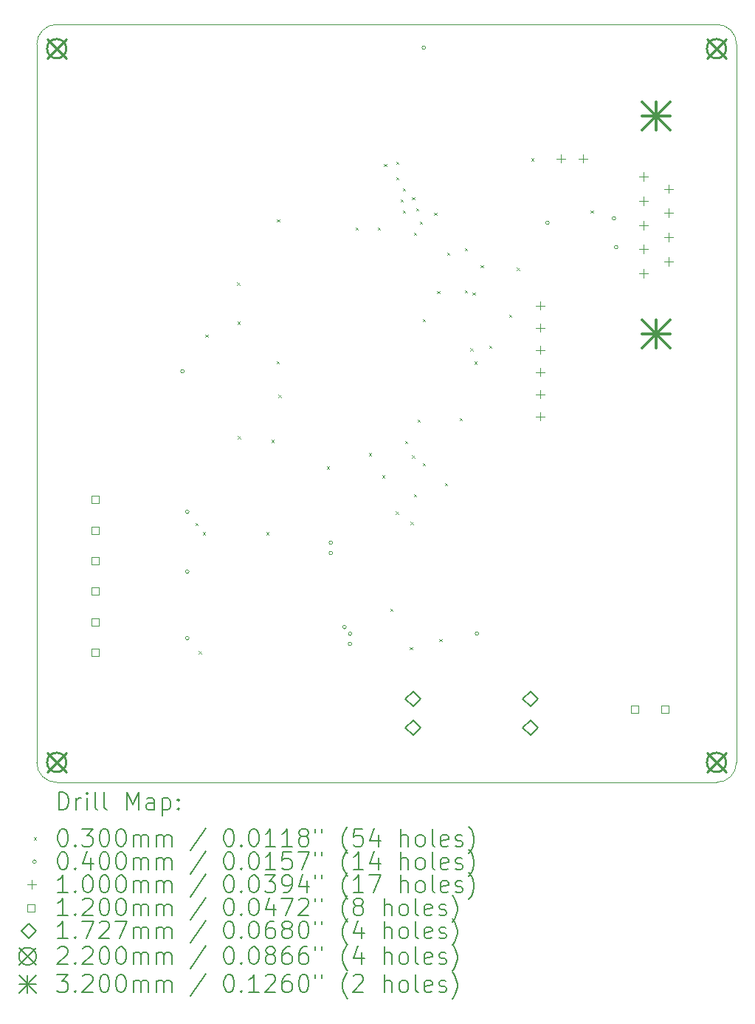
<source format=gbr>
%FSLAX45Y45*%
G04 Gerber Fmt 4.5, Leading zero omitted, Abs format (unit mm)*
G04 Created by KiCad (PCBNEW (6.0.5)) date 2023-02-25 22:18:25*
%MOMM*%
%LPD*%
G01*
G04 APERTURE LIST*
%TA.AperFunction,Profile*%
%ADD10C,0.100000*%
%TD*%
%ADD11C,0.200000*%
%ADD12C,0.030000*%
%ADD13C,0.040000*%
%ADD14C,0.100000*%
%ADD15C,0.120000*%
%ADD16C,0.172720*%
%ADD17C,0.220000*%
%ADD18C,0.320000*%
G04 APERTURE END LIST*
D10*
X8153052Y-12728606D02*
G75*
G03*
X8382000Y-12954000I225418J-4D01*
G01*
X16179802Y-4492981D02*
G75*
G03*
X15955521Y-4269741I-220992J2261D01*
G01*
X8382000Y-4269388D02*
G75*
G03*
X8153047Y-4498340I0J-228953D01*
G01*
X8153047Y-4498340D02*
X8153047Y-12728606D01*
X15955069Y-12954005D02*
G75*
G03*
X16179804Y-12727940I1211J223535D01*
G01*
X8382000Y-12954000D02*
X15955069Y-12954000D01*
X15955521Y-4269741D02*
X8382000Y-4269388D01*
X16179804Y-12727940D02*
X16179800Y-4492981D01*
D11*
D12*
X9972280Y-9982440D02*
X10002280Y-10012440D01*
X10002280Y-9982440D02*
X9972280Y-10012440D01*
X10012920Y-11450560D02*
X10042920Y-11480560D01*
X10042920Y-11450560D02*
X10012920Y-11480560D01*
X10058640Y-10089120D02*
X10088640Y-10119120D01*
X10088640Y-10089120D02*
X10058640Y-10119120D01*
X10089120Y-7822520D02*
X10119120Y-7852520D01*
X10119120Y-7822520D02*
X10089120Y-7852520D01*
X10449800Y-7224000D02*
X10479800Y-7254000D01*
X10479800Y-7224000D02*
X10449800Y-7254000D01*
X10454880Y-7676120D02*
X10484880Y-7706120D01*
X10484880Y-7676120D02*
X10454880Y-7706120D01*
X10459960Y-8986760D02*
X10489960Y-9016760D01*
X10489960Y-8986760D02*
X10459960Y-9016760D01*
X10785080Y-10089120D02*
X10815080Y-10119120D01*
X10815080Y-10089120D02*
X10785080Y-10119120D01*
X10843500Y-9027400D02*
X10873500Y-9057400D01*
X10873500Y-9027400D02*
X10843500Y-9057400D01*
X10902840Y-8127320D02*
X10932840Y-8157320D01*
X10932840Y-8127320D02*
X10902840Y-8157320D01*
X10907000Y-6500100D02*
X10937000Y-6530100D01*
X10937000Y-6500100D02*
X10907000Y-6530100D01*
X10925700Y-8513400D02*
X10955700Y-8543400D01*
X10955700Y-8513400D02*
X10925700Y-8543400D01*
X11478500Y-9333120D02*
X11508500Y-9363120D01*
X11508500Y-9333120D02*
X11478500Y-9363120D01*
X11808700Y-6594080D02*
X11838700Y-6624080D01*
X11838700Y-6594080D02*
X11808700Y-6624080D01*
X11961100Y-9183150D02*
X11991100Y-9213150D01*
X11991100Y-9183150D02*
X11961100Y-9213150D01*
X12062700Y-6594080D02*
X12092700Y-6624080D01*
X12092700Y-6594080D02*
X12062700Y-6624080D01*
X12113500Y-9433800D02*
X12143500Y-9463800D01*
X12143500Y-9433800D02*
X12113500Y-9463800D01*
X12136360Y-5867640D02*
X12166360Y-5897640D01*
X12166360Y-5867640D02*
X12136360Y-5897640D01*
X12208120Y-10963260D02*
X12238120Y-10993260D01*
X12238120Y-10963260D02*
X12208120Y-10993260D01*
X12273520Y-9850360D02*
X12303520Y-9880360D01*
X12303520Y-9850360D02*
X12273520Y-9880360D01*
X12274440Y-5841320D02*
X12304440Y-5871320D01*
X12304440Y-5841320D02*
X12274440Y-5871320D01*
X12274440Y-6019120D02*
X12304440Y-6049120D01*
X12304440Y-6019120D02*
X12274440Y-6049120D01*
X12327090Y-6273120D02*
X12357090Y-6303120D01*
X12357090Y-6273120D02*
X12327090Y-6303120D01*
X12350640Y-6146120D02*
X12380640Y-6176120D01*
X12380640Y-6146120D02*
X12350640Y-6176120D01*
X12350640Y-6400120D02*
X12380640Y-6430120D01*
X12380640Y-6400120D02*
X12350640Y-6430120D01*
X12376040Y-9041720D02*
X12406040Y-9071720D01*
X12406040Y-9041720D02*
X12376040Y-9071720D01*
X12431640Y-11405220D02*
X12461640Y-11435220D01*
X12461640Y-11405220D02*
X12431640Y-11435220D01*
X12442080Y-9968820D02*
X12472080Y-9998820D01*
X12472080Y-9968820D02*
X12442080Y-9998820D01*
X12456400Y-9205200D02*
X12486400Y-9235200D01*
X12486400Y-9205200D02*
X12456400Y-9235200D01*
X12456590Y-6247720D02*
X12486590Y-6277720D01*
X12486590Y-6247720D02*
X12456590Y-6277720D01*
X12477640Y-6654120D02*
X12507640Y-6684120D01*
X12507640Y-6654120D02*
X12477640Y-6684120D01*
X12477640Y-9651320D02*
X12507640Y-9681320D01*
X12507640Y-9651320D02*
X12477640Y-9681320D01*
X12503040Y-6374720D02*
X12533040Y-6404720D01*
X12533040Y-6374720D02*
X12503040Y-6404720D01*
X12521920Y-8794240D02*
X12551920Y-8824240D01*
X12551920Y-8794240D02*
X12521920Y-8824240D01*
X12545300Y-6525500D02*
X12575300Y-6555500D01*
X12575300Y-6525500D02*
X12545300Y-6555500D01*
X12579240Y-7644720D02*
X12609240Y-7674720D01*
X12609240Y-7644720D02*
X12579240Y-7674720D01*
X12579240Y-9295720D02*
X12609240Y-9325720D01*
X12609240Y-9295720D02*
X12579240Y-9325720D01*
X12710400Y-6423900D02*
X12740400Y-6453900D01*
X12740400Y-6423900D02*
X12710400Y-6453900D01*
X12744340Y-7323021D02*
X12774340Y-7353021D01*
X12774340Y-7323021D02*
X12744340Y-7353021D01*
X12772000Y-11311240D02*
X12802000Y-11341240D01*
X12802000Y-11311240D02*
X12772000Y-11341240D01*
X12833240Y-9524320D02*
X12863240Y-9554320D01*
X12863240Y-9524320D02*
X12833240Y-9554320D01*
X12858640Y-6882720D02*
X12888640Y-6912720D01*
X12888640Y-6882720D02*
X12858640Y-6912720D01*
X13003420Y-8777670D02*
X13033420Y-8807670D01*
X13033420Y-8777670D02*
X13003420Y-8807670D01*
X13061840Y-6831920D02*
X13091840Y-6861920D01*
X13091840Y-6831920D02*
X13061840Y-6861920D01*
X13061840Y-7314520D02*
X13091840Y-7344520D01*
X13091840Y-7314520D02*
X13061840Y-7344520D01*
X13126960Y-7980920D02*
X13156960Y-8010920D01*
X13156960Y-7980920D02*
X13126960Y-8010920D01*
X13153280Y-7339920D02*
X13183280Y-7369920D01*
X13183280Y-7339920D02*
X13153280Y-7369920D01*
X13172680Y-8133320D02*
X13202680Y-8163320D01*
X13202680Y-8133320D02*
X13172680Y-8163320D01*
X13244720Y-7024960D02*
X13274720Y-7054960D01*
X13274720Y-7024960D02*
X13244720Y-7054960D01*
X13341240Y-7949520D02*
X13371240Y-7979520D01*
X13371240Y-7949520D02*
X13341240Y-7979520D01*
X13569840Y-7593920D02*
X13599840Y-7623920D01*
X13599840Y-7593920D02*
X13569840Y-7623920D01*
X13659043Y-7054420D02*
X13689043Y-7084420D01*
X13689043Y-7054420D02*
X13659043Y-7084420D01*
X13826683Y-5804740D02*
X13856683Y-5834740D01*
X13856683Y-5804740D02*
X13826683Y-5834740D01*
X14506553Y-6400120D02*
X14536553Y-6430120D01*
X14536553Y-6400120D02*
X14506553Y-6430120D01*
D13*
X9845640Y-8243920D02*
G75*
G03*
X9845640Y-8243920I-20000J0D01*
G01*
X9900600Y-9855200D02*
G75*
G03*
X9900600Y-9855200I-20000J0D01*
G01*
X9900600Y-10541000D02*
G75*
G03*
X9900600Y-10541000I-20000J0D01*
G01*
X9900600Y-11303000D02*
G75*
G03*
X9900600Y-11303000I-20000J0D01*
G01*
X11546520Y-10208260D02*
G75*
G03*
X11546520Y-10208260I-20000J0D01*
G01*
X11546520Y-10328260D02*
G75*
G03*
X11546520Y-10328260I-20000J0D01*
G01*
X11704000Y-11176000D02*
G75*
G03*
X11704000Y-11176000I-20000J0D01*
G01*
X11767500Y-11252200D02*
G75*
G03*
X11767500Y-11252200I-20000J0D01*
G01*
X11767500Y-11366500D02*
G75*
G03*
X11767500Y-11366500I-20000J0D01*
G01*
X12614240Y-4535520D02*
G75*
G03*
X12614240Y-4535520I-20000J0D01*
G01*
X13222920Y-11249660D02*
G75*
G03*
X13222920Y-11249660I-20000J0D01*
G01*
X14033553Y-6542120D02*
G75*
G03*
X14033553Y-6542120I-20000J0D01*
G01*
X14795553Y-6491320D02*
G75*
G03*
X14795553Y-6491320I-20000J0D01*
G01*
X14820953Y-6821520D02*
G75*
G03*
X14820953Y-6821520I-20000J0D01*
G01*
D14*
X13931900Y-7440460D02*
X13931900Y-7540460D01*
X13881900Y-7490460D02*
X13981900Y-7490460D01*
X13931900Y-7694460D02*
X13931900Y-7794460D01*
X13881900Y-7744460D02*
X13981900Y-7744460D01*
X13931900Y-7948460D02*
X13931900Y-8048460D01*
X13881900Y-7998460D02*
X13981900Y-7998460D01*
X13931900Y-8202460D02*
X13931900Y-8302460D01*
X13881900Y-8252460D02*
X13981900Y-8252460D01*
X13931900Y-8456460D02*
X13931900Y-8556460D01*
X13881900Y-8506460D02*
X13981900Y-8506460D01*
X13931900Y-8710460D02*
X13931900Y-8810460D01*
X13881900Y-8760460D02*
X13981900Y-8760460D01*
X14166453Y-5755520D02*
X14166453Y-5855520D01*
X14116453Y-5805520D02*
X14216453Y-5805520D01*
X14420453Y-5755520D02*
X14420453Y-5855520D01*
X14370453Y-5805520D02*
X14470453Y-5805520D01*
X15117487Y-5964520D02*
X15117487Y-6064520D01*
X15067487Y-6014520D02*
X15167487Y-6014520D01*
X15117487Y-6241520D02*
X15117487Y-6341520D01*
X15067487Y-6291520D02*
X15167487Y-6291520D01*
X15117487Y-6518520D02*
X15117487Y-6618520D01*
X15067487Y-6568520D02*
X15167487Y-6568520D01*
X15117487Y-6795520D02*
X15117487Y-6895520D01*
X15067487Y-6845520D02*
X15167487Y-6845520D01*
X15117487Y-7072520D02*
X15117487Y-7172520D01*
X15067487Y-7122520D02*
X15167487Y-7122520D01*
X15401487Y-6103020D02*
X15401487Y-6203020D01*
X15351487Y-6153020D02*
X15451487Y-6153020D01*
X15401487Y-6380020D02*
X15401487Y-6480020D01*
X15351487Y-6430020D02*
X15451487Y-6430020D01*
X15401487Y-6657020D02*
X15401487Y-6757020D01*
X15351487Y-6707020D02*
X15451487Y-6707020D01*
X15401487Y-6934020D02*
X15401487Y-7034020D01*
X15351487Y-6984020D02*
X15451487Y-6984020D01*
D15*
X8870347Y-9756687D02*
X8870347Y-9671833D01*
X8785493Y-9671833D01*
X8785493Y-9756687D01*
X8870347Y-9756687D01*
X8870347Y-10106687D02*
X8870347Y-10021833D01*
X8785493Y-10021833D01*
X8785493Y-10106687D01*
X8870347Y-10106687D01*
X8870347Y-10456687D02*
X8870347Y-10371833D01*
X8785493Y-10371833D01*
X8785493Y-10456687D01*
X8870347Y-10456687D01*
X8870347Y-10806687D02*
X8870347Y-10721833D01*
X8785493Y-10721833D01*
X8785493Y-10806687D01*
X8870347Y-10806687D01*
X8870347Y-11156687D02*
X8870347Y-11071833D01*
X8785493Y-11071833D01*
X8785493Y-11156687D01*
X8870347Y-11156687D01*
X8870347Y-11506687D02*
X8870347Y-11421833D01*
X8785493Y-11421833D01*
X8785493Y-11506687D01*
X8870347Y-11506687D01*
X15051547Y-12161887D02*
X15051547Y-12077033D01*
X14966693Y-12077033D01*
X14966693Y-12161887D01*
X15051547Y-12161887D01*
X15401547Y-12161887D02*
X15401547Y-12077033D01*
X15316693Y-12077033D01*
X15316693Y-12161887D01*
X15401547Y-12161887D01*
D16*
X12469181Y-12084986D02*
X12555541Y-11998626D01*
X12469181Y-11912266D01*
X12382821Y-11998626D01*
X12469181Y-12084986D01*
X12469181Y-12415186D02*
X12555541Y-12328826D01*
X12469181Y-12242466D01*
X12382821Y-12328826D01*
X12469181Y-12415186D01*
X13815381Y-12084986D02*
X13901741Y-11998626D01*
X13815381Y-11912266D01*
X13729021Y-11998626D01*
X13815381Y-12084986D01*
X13815381Y-12415186D02*
X13901741Y-12328826D01*
X13815381Y-12242466D01*
X13729021Y-12328826D01*
X13815381Y-12415186D01*
D17*
X8272000Y-4436600D02*
X8492000Y-4656600D01*
X8492000Y-4436600D02*
X8272000Y-4656600D01*
X8492000Y-4546600D02*
G75*
G03*
X8492000Y-4546600I-110000J0D01*
G01*
X8272000Y-12615400D02*
X8492000Y-12835400D01*
X8492000Y-12615400D02*
X8272000Y-12835400D01*
X8492000Y-12725400D02*
G75*
G03*
X8492000Y-12725400I-110000J0D01*
G01*
X15841200Y-4436600D02*
X16061200Y-4656600D01*
X16061200Y-4436600D02*
X15841200Y-4656600D01*
X16061200Y-4546600D02*
G75*
G03*
X16061200Y-4546600I-110000J0D01*
G01*
X15841200Y-12615400D02*
X16061200Y-12835400D01*
X16061200Y-12615400D02*
X15841200Y-12835400D01*
X16061200Y-12725400D02*
G75*
G03*
X16061200Y-12725400I-110000J0D01*
G01*
D18*
X15099487Y-5158520D02*
X15419487Y-5478520D01*
X15419487Y-5158520D02*
X15099487Y-5478520D01*
X15259487Y-5158520D02*
X15259487Y-5478520D01*
X15099487Y-5318520D02*
X15419487Y-5318520D01*
X15099487Y-7658520D02*
X15419487Y-7978520D01*
X15419487Y-7658520D02*
X15099487Y-7978520D01*
X15259487Y-7658520D02*
X15259487Y-7978520D01*
X15099487Y-7818520D02*
X15419487Y-7818520D01*
D11*
X8405667Y-13269504D02*
X8405667Y-13069504D01*
X8453286Y-13069504D01*
X8481857Y-13079028D01*
X8500905Y-13098075D01*
X8510428Y-13117123D01*
X8519952Y-13155218D01*
X8519952Y-13183789D01*
X8510428Y-13221885D01*
X8500905Y-13240932D01*
X8481857Y-13259980D01*
X8453286Y-13269504D01*
X8405667Y-13269504D01*
X8605667Y-13269504D02*
X8605667Y-13136170D01*
X8605667Y-13174266D02*
X8615190Y-13155218D01*
X8624714Y-13145694D01*
X8643762Y-13136170D01*
X8662809Y-13136170D01*
X8729476Y-13269504D02*
X8729476Y-13136170D01*
X8729476Y-13069504D02*
X8719952Y-13079028D01*
X8729476Y-13088551D01*
X8739000Y-13079028D01*
X8729476Y-13069504D01*
X8729476Y-13088551D01*
X8853286Y-13269504D02*
X8834238Y-13259980D01*
X8824714Y-13240932D01*
X8824714Y-13069504D01*
X8958048Y-13269504D02*
X8939000Y-13259980D01*
X8929476Y-13240932D01*
X8929476Y-13069504D01*
X9186619Y-13269504D02*
X9186619Y-13069504D01*
X9253286Y-13212361D01*
X9319952Y-13069504D01*
X9319952Y-13269504D01*
X9500905Y-13269504D02*
X9500905Y-13164742D01*
X9491381Y-13145694D01*
X9472333Y-13136170D01*
X9434238Y-13136170D01*
X9415190Y-13145694D01*
X9500905Y-13259980D02*
X9481857Y-13269504D01*
X9434238Y-13269504D01*
X9415190Y-13259980D01*
X9405667Y-13240932D01*
X9405667Y-13221885D01*
X9415190Y-13202837D01*
X9434238Y-13193313D01*
X9481857Y-13193313D01*
X9500905Y-13183789D01*
X9596143Y-13136170D02*
X9596143Y-13336170D01*
X9596143Y-13145694D02*
X9615190Y-13136170D01*
X9653286Y-13136170D01*
X9672333Y-13145694D01*
X9681857Y-13155218D01*
X9691381Y-13174266D01*
X9691381Y-13231408D01*
X9681857Y-13250456D01*
X9672333Y-13259980D01*
X9653286Y-13269504D01*
X9615190Y-13269504D01*
X9596143Y-13259980D01*
X9777095Y-13250456D02*
X9786619Y-13259980D01*
X9777095Y-13269504D01*
X9767571Y-13259980D01*
X9777095Y-13250456D01*
X9777095Y-13269504D01*
X9777095Y-13145694D02*
X9786619Y-13155218D01*
X9777095Y-13164742D01*
X9767571Y-13155218D01*
X9777095Y-13145694D01*
X9777095Y-13164742D01*
D12*
X8118047Y-13584028D02*
X8148047Y-13614028D01*
X8148047Y-13584028D02*
X8118047Y-13614028D01*
D11*
X8443762Y-13489504D02*
X8462809Y-13489504D01*
X8481857Y-13499028D01*
X8491381Y-13508551D01*
X8500905Y-13527599D01*
X8510428Y-13565694D01*
X8510428Y-13613313D01*
X8500905Y-13651408D01*
X8491381Y-13670456D01*
X8481857Y-13679980D01*
X8462809Y-13689504D01*
X8443762Y-13689504D01*
X8424714Y-13679980D01*
X8415190Y-13670456D01*
X8405667Y-13651408D01*
X8396143Y-13613313D01*
X8396143Y-13565694D01*
X8405667Y-13527599D01*
X8415190Y-13508551D01*
X8424714Y-13499028D01*
X8443762Y-13489504D01*
X8596143Y-13670456D02*
X8605667Y-13679980D01*
X8596143Y-13689504D01*
X8586619Y-13679980D01*
X8596143Y-13670456D01*
X8596143Y-13689504D01*
X8672333Y-13489504D02*
X8796143Y-13489504D01*
X8729476Y-13565694D01*
X8758048Y-13565694D01*
X8777095Y-13575218D01*
X8786619Y-13584742D01*
X8796143Y-13603789D01*
X8796143Y-13651408D01*
X8786619Y-13670456D01*
X8777095Y-13679980D01*
X8758048Y-13689504D01*
X8700905Y-13689504D01*
X8681857Y-13679980D01*
X8672333Y-13670456D01*
X8919952Y-13489504D02*
X8939000Y-13489504D01*
X8958048Y-13499028D01*
X8967571Y-13508551D01*
X8977095Y-13527599D01*
X8986619Y-13565694D01*
X8986619Y-13613313D01*
X8977095Y-13651408D01*
X8967571Y-13670456D01*
X8958048Y-13679980D01*
X8939000Y-13689504D01*
X8919952Y-13689504D01*
X8900905Y-13679980D01*
X8891381Y-13670456D01*
X8881857Y-13651408D01*
X8872333Y-13613313D01*
X8872333Y-13565694D01*
X8881857Y-13527599D01*
X8891381Y-13508551D01*
X8900905Y-13499028D01*
X8919952Y-13489504D01*
X9110428Y-13489504D02*
X9129476Y-13489504D01*
X9148524Y-13499028D01*
X9158048Y-13508551D01*
X9167571Y-13527599D01*
X9177095Y-13565694D01*
X9177095Y-13613313D01*
X9167571Y-13651408D01*
X9158048Y-13670456D01*
X9148524Y-13679980D01*
X9129476Y-13689504D01*
X9110428Y-13689504D01*
X9091381Y-13679980D01*
X9081857Y-13670456D01*
X9072333Y-13651408D01*
X9062809Y-13613313D01*
X9062809Y-13565694D01*
X9072333Y-13527599D01*
X9081857Y-13508551D01*
X9091381Y-13499028D01*
X9110428Y-13489504D01*
X9262809Y-13689504D02*
X9262809Y-13556170D01*
X9262809Y-13575218D02*
X9272333Y-13565694D01*
X9291381Y-13556170D01*
X9319952Y-13556170D01*
X9339000Y-13565694D01*
X9348524Y-13584742D01*
X9348524Y-13689504D01*
X9348524Y-13584742D02*
X9358048Y-13565694D01*
X9377095Y-13556170D01*
X9405667Y-13556170D01*
X9424714Y-13565694D01*
X9434238Y-13584742D01*
X9434238Y-13689504D01*
X9529476Y-13689504D02*
X9529476Y-13556170D01*
X9529476Y-13575218D02*
X9539000Y-13565694D01*
X9558048Y-13556170D01*
X9586619Y-13556170D01*
X9605667Y-13565694D01*
X9615190Y-13584742D01*
X9615190Y-13689504D01*
X9615190Y-13584742D02*
X9624714Y-13565694D01*
X9643762Y-13556170D01*
X9672333Y-13556170D01*
X9691381Y-13565694D01*
X9700905Y-13584742D01*
X9700905Y-13689504D01*
X10091381Y-13479980D02*
X9919952Y-13737123D01*
X10348524Y-13489504D02*
X10367571Y-13489504D01*
X10386619Y-13499028D01*
X10396143Y-13508551D01*
X10405667Y-13527599D01*
X10415190Y-13565694D01*
X10415190Y-13613313D01*
X10405667Y-13651408D01*
X10396143Y-13670456D01*
X10386619Y-13679980D01*
X10367571Y-13689504D01*
X10348524Y-13689504D01*
X10329476Y-13679980D01*
X10319952Y-13670456D01*
X10310428Y-13651408D01*
X10300905Y-13613313D01*
X10300905Y-13565694D01*
X10310428Y-13527599D01*
X10319952Y-13508551D01*
X10329476Y-13499028D01*
X10348524Y-13489504D01*
X10500905Y-13670456D02*
X10510428Y-13679980D01*
X10500905Y-13689504D01*
X10491381Y-13679980D01*
X10500905Y-13670456D01*
X10500905Y-13689504D01*
X10634238Y-13489504D02*
X10653286Y-13489504D01*
X10672333Y-13499028D01*
X10681857Y-13508551D01*
X10691381Y-13527599D01*
X10700905Y-13565694D01*
X10700905Y-13613313D01*
X10691381Y-13651408D01*
X10681857Y-13670456D01*
X10672333Y-13679980D01*
X10653286Y-13689504D01*
X10634238Y-13689504D01*
X10615190Y-13679980D01*
X10605667Y-13670456D01*
X10596143Y-13651408D01*
X10586619Y-13613313D01*
X10586619Y-13565694D01*
X10596143Y-13527599D01*
X10605667Y-13508551D01*
X10615190Y-13499028D01*
X10634238Y-13489504D01*
X10891381Y-13689504D02*
X10777095Y-13689504D01*
X10834238Y-13689504D02*
X10834238Y-13489504D01*
X10815190Y-13518075D01*
X10796143Y-13537123D01*
X10777095Y-13546647D01*
X11081857Y-13689504D02*
X10967571Y-13689504D01*
X11024714Y-13689504D02*
X11024714Y-13489504D01*
X11005667Y-13518075D01*
X10986619Y-13537123D01*
X10967571Y-13546647D01*
X11196143Y-13575218D02*
X11177095Y-13565694D01*
X11167571Y-13556170D01*
X11158047Y-13537123D01*
X11158047Y-13527599D01*
X11167571Y-13508551D01*
X11177095Y-13499028D01*
X11196143Y-13489504D01*
X11234238Y-13489504D01*
X11253285Y-13499028D01*
X11262809Y-13508551D01*
X11272333Y-13527599D01*
X11272333Y-13537123D01*
X11262809Y-13556170D01*
X11253285Y-13565694D01*
X11234238Y-13575218D01*
X11196143Y-13575218D01*
X11177095Y-13584742D01*
X11167571Y-13594266D01*
X11158047Y-13613313D01*
X11158047Y-13651408D01*
X11167571Y-13670456D01*
X11177095Y-13679980D01*
X11196143Y-13689504D01*
X11234238Y-13689504D01*
X11253285Y-13679980D01*
X11262809Y-13670456D01*
X11272333Y-13651408D01*
X11272333Y-13613313D01*
X11262809Y-13594266D01*
X11253285Y-13584742D01*
X11234238Y-13575218D01*
X11348524Y-13489504D02*
X11348524Y-13527599D01*
X11424714Y-13489504D02*
X11424714Y-13527599D01*
X11719952Y-13765694D02*
X11710428Y-13756170D01*
X11691381Y-13727599D01*
X11681857Y-13708551D01*
X11672333Y-13679980D01*
X11662809Y-13632361D01*
X11662809Y-13594266D01*
X11672333Y-13546647D01*
X11681857Y-13518075D01*
X11691381Y-13499028D01*
X11710428Y-13470456D01*
X11719952Y-13460932D01*
X11891381Y-13489504D02*
X11796143Y-13489504D01*
X11786619Y-13584742D01*
X11796143Y-13575218D01*
X11815190Y-13565694D01*
X11862809Y-13565694D01*
X11881857Y-13575218D01*
X11891381Y-13584742D01*
X11900905Y-13603789D01*
X11900905Y-13651408D01*
X11891381Y-13670456D01*
X11881857Y-13679980D01*
X11862809Y-13689504D01*
X11815190Y-13689504D01*
X11796143Y-13679980D01*
X11786619Y-13670456D01*
X12072333Y-13556170D02*
X12072333Y-13689504D01*
X12024714Y-13479980D02*
X11977095Y-13622837D01*
X12100905Y-13622837D01*
X12329476Y-13689504D02*
X12329476Y-13489504D01*
X12415190Y-13689504D02*
X12415190Y-13584742D01*
X12405666Y-13565694D01*
X12386619Y-13556170D01*
X12358047Y-13556170D01*
X12339000Y-13565694D01*
X12329476Y-13575218D01*
X12539000Y-13689504D02*
X12519952Y-13679980D01*
X12510428Y-13670456D01*
X12500905Y-13651408D01*
X12500905Y-13594266D01*
X12510428Y-13575218D01*
X12519952Y-13565694D01*
X12539000Y-13556170D01*
X12567571Y-13556170D01*
X12586619Y-13565694D01*
X12596143Y-13575218D01*
X12605666Y-13594266D01*
X12605666Y-13651408D01*
X12596143Y-13670456D01*
X12586619Y-13679980D01*
X12567571Y-13689504D01*
X12539000Y-13689504D01*
X12719952Y-13689504D02*
X12700905Y-13679980D01*
X12691381Y-13660932D01*
X12691381Y-13489504D01*
X12872333Y-13679980D02*
X12853285Y-13689504D01*
X12815190Y-13689504D01*
X12796143Y-13679980D01*
X12786619Y-13660932D01*
X12786619Y-13584742D01*
X12796143Y-13565694D01*
X12815190Y-13556170D01*
X12853285Y-13556170D01*
X12872333Y-13565694D01*
X12881857Y-13584742D01*
X12881857Y-13603789D01*
X12786619Y-13622837D01*
X12958047Y-13679980D02*
X12977095Y-13689504D01*
X13015190Y-13689504D01*
X13034238Y-13679980D01*
X13043762Y-13660932D01*
X13043762Y-13651408D01*
X13034238Y-13632361D01*
X13015190Y-13622837D01*
X12986619Y-13622837D01*
X12967571Y-13613313D01*
X12958047Y-13594266D01*
X12958047Y-13584742D01*
X12967571Y-13565694D01*
X12986619Y-13556170D01*
X13015190Y-13556170D01*
X13034238Y-13565694D01*
X13110428Y-13765694D02*
X13119952Y-13756170D01*
X13139000Y-13727599D01*
X13148524Y-13708551D01*
X13158047Y-13679980D01*
X13167571Y-13632361D01*
X13167571Y-13594266D01*
X13158047Y-13546647D01*
X13148524Y-13518075D01*
X13139000Y-13499028D01*
X13119952Y-13470456D01*
X13110428Y-13460932D01*
D13*
X8148047Y-13863028D02*
G75*
G03*
X8148047Y-13863028I-20000J0D01*
G01*
D11*
X8443762Y-13753504D02*
X8462809Y-13753504D01*
X8481857Y-13763028D01*
X8491381Y-13772551D01*
X8500905Y-13791599D01*
X8510428Y-13829694D01*
X8510428Y-13877313D01*
X8500905Y-13915408D01*
X8491381Y-13934456D01*
X8481857Y-13943980D01*
X8462809Y-13953504D01*
X8443762Y-13953504D01*
X8424714Y-13943980D01*
X8415190Y-13934456D01*
X8405667Y-13915408D01*
X8396143Y-13877313D01*
X8396143Y-13829694D01*
X8405667Y-13791599D01*
X8415190Y-13772551D01*
X8424714Y-13763028D01*
X8443762Y-13753504D01*
X8596143Y-13934456D02*
X8605667Y-13943980D01*
X8596143Y-13953504D01*
X8586619Y-13943980D01*
X8596143Y-13934456D01*
X8596143Y-13953504D01*
X8777095Y-13820170D02*
X8777095Y-13953504D01*
X8729476Y-13743980D02*
X8681857Y-13886837D01*
X8805667Y-13886837D01*
X8919952Y-13753504D02*
X8939000Y-13753504D01*
X8958048Y-13763028D01*
X8967571Y-13772551D01*
X8977095Y-13791599D01*
X8986619Y-13829694D01*
X8986619Y-13877313D01*
X8977095Y-13915408D01*
X8967571Y-13934456D01*
X8958048Y-13943980D01*
X8939000Y-13953504D01*
X8919952Y-13953504D01*
X8900905Y-13943980D01*
X8891381Y-13934456D01*
X8881857Y-13915408D01*
X8872333Y-13877313D01*
X8872333Y-13829694D01*
X8881857Y-13791599D01*
X8891381Y-13772551D01*
X8900905Y-13763028D01*
X8919952Y-13753504D01*
X9110428Y-13753504D02*
X9129476Y-13753504D01*
X9148524Y-13763028D01*
X9158048Y-13772551D01*
X9167571Y-13791599D01*
X9177095Y-13829694D01*
X9177095Y-13877313D01*
X9167571Y-13915408D01*
X9158048Y-13934456D01*
X9148524Y-13943980D01*
X9129476Y-13953504D01*
X9110428Y-13953504D01*
X9091381Y-13943980D01*
X9081857Y-13934456D01*
X9072333Y-13915408D01*
X9062809Y-13877313D01*
X9062809Y-13829694D01*
X9072333Y-13791599D01*
X9081857Y-13772551D01*
X9091381Y-13763028D01*
X9110428Y-13753504D01*
X9262809Y-13953504D02*
X9262809Y-13820170D01*
X9262809Y-13839218D02*
X9272333Y-13829694D01*
X9291381Y-13820170D01*
X9319952Y-13820170D01*
X9339000Y-13829694D01*
X9348524Y-13848742D01*
X9348524Y-13953504D01*
X9348524Y-13848742D02*
X9358048Y-13829694D01*
X9377095Y-13820170D01*
X9405667Y-13820170D01*
X9424714Y-13829694D01*
X9434238Y-13848742D01*
X9434238Y-13953504D01*
X9529476Y-13953504D02*
X9529476Y-13820170D01*
X9529476Y-13839218D02*
X9539000Y-13829694D01*
X9558048Y-13820170D01*
X9586619Y-13820170D01*
X9605667Y-13829694D01*
X9615190Y-13848742D01*
X9615190Y-13953504D01*
X9615190Y-13848742D02*
X9624714Y-13829694D01*
X9643762Y-13820170D01*
X9672333Y-13820170D01*
X9691381Y-13829694D01*
X9700905Y-13848742D01*
X9700905Y-13953504D01*
X10091381Y-13743980D02*
X9919952Y-14001123D01*
X10348524Y-13753504D02*
X10367571Y-13753504D01*
X10386619Y-13763028D01*
X10396143Y-13772551D01*
X10405667Y-13791599D01*
X10415190Y-13829694D01*
X10415190Y-13877313D01*
X10405667Y-13915408D01*
X10396143Y-13934456D01*
X10386619Y-13943980D01*
X10367571Y-13953504D01*
X10348524Y-13953504D01*
X10329476Y-13943980D01*
X10319952Y-13934456D01*
X10310428Y-13915408D01*
X10300905Y-13877313D01*
X10300905Y-13829694D01*
X10310428Y-13791599D01*
X10319952Y-13772551D01*
X10329476Y-13763028D01*
X10348524Y-13753504D01*
X10500905Y-13934456D02*
X10510428Y-13943980D01*
X10500905Y-13953504D01*
X10491381Y-13943980D01*
X10500905Y-13934456D01*
X10500905Y-13953504D01*
X10634238Y-13753504D02*
X10653286Y-13753504D01*
X10672333Y-13763028D01*
X10681857Y-13772551D01*
X10691381Y-13791599D01*
X10700905Y-13829694D01*
X10700905Y-13877313D01*
X10691381Y-13915408D01*
X10681857Y-13934456D01*
X10672333Y-13943980D01*
X10653286Y-13953504D01*
X10634238Y-13953504D01*
X10615190Y-13943980D01*
X10605667Y-13934456D01*
X10596143Y-13915408D01*
X10586619Y-13877313D01*
X10586619Y-13829694D01*
X10596143Y-13791599D01*
X10605667Y-13772551D01*
X10615190Y-13763028D01*
X10634238Y-13753504D01*
X10891381Y-13953504D02*
X10777095Y-13953504D01*
X10834238Y-13953504D02*
X10834238Y-13753504D01*
X10815190Y-13782075D01*
X10796143Y-13801123D01*
X10777095Y-13810647D01*
X11072333Y-13753504D02*
X10977095Y-13753504D01*
X10967571Y-13848742D01*
X10977095Y-13839218D01*
X10996143Y-13829694D01*
X11043762Y-13829694D01*
X11062809Y-13839218D01*
X11072333Y-13848742D01*
X11081857Y-13867789D01*
X11081857Y-13915408D01*
X11072333Y-13934456D01*
X11062809Y-13943980D01*
X11043762Y-13953504D01*
X10996143Y-13953504D01*
X10977095Y-13943980D01*
X10967571Y-13934456D01*
X11148524Y-13753504D02*
X11281857Y-13753504D01*
X11196143Y-13953504D01*
X11348524Y-13753504D02*
X11348524Y-13791599D01*
X11424714Y-13753504D02*
X11424714Y-13791599D01*
X11719952Y-14029694D02*
X11710428Y-14020170D01*
X11691381Y-13991599D01*
X11681857Y-13972551D01*
X11672333Y-13943980D01*
X11662809Y-13896361D01*
X11662809Y-13858266D01*
X11672333Y-13810647D01*
X11681857Y-13782075D01*
X11691381Y-13763028D01*
X11710428Y-13734456D01*
X11719952Y-13724932D01*
X11900905Y-13953504D02*
X11786619Y-13953504D01*
X11843762Y-13953504D02*
X11843762Y-13753504D01*
X11824714Y-13782075D01*
X11805666Y-13801123D01*
X11786619Y-13810647D01*
X12072333Y-13820170D02*
X12072333Y-13953504D01*
X12024714Y-13743980D02*
X11977095Y-13886837D01*
X12100905Y-13886837D01*
X12329476Y-13953504D02*
X12329476Y-13753504D01*
X12415190Y-13953504D02*
X12415190Y-13848742D01*
X12405666Y-13829694D01*
X12386619Y-13820170D01*
X12358047Y-13820170D01*
X12339000Y-13829694D01*
X12329476Y-13839218D01*
X12539000Y-13953504D02*
X12519952Y-13943980D01*
X12510428Y-13934456D01*
X12500905Y-13915408D01*
X12500905Y-13858266D01*
X12510428Y-13839218D01*
X12519952Y-13829694D01*
X12539000Y-13820170D01*
X12567571Y-13820170D01*
X12586619Y-13829694D01*
X12596143Y-13839218D01*
X12605666Y-13858266D01*
X12605666Y-13915408D01*
X12596143Y-13934456D01*
X12586619Y-13943980D01*
X12567571Y-13953504D01*
X12539000Y-13953504D01*
X12719952Y-13953504D02*
X12700905Y-13943980D01*
X12691381Y-13924932D01*
X12691381Y-13753504D01*
X12872333Y-13943980D02*
X12853285Y-13953504D01*
X12815190Y-13953504D01*
X12796143Y-13943980D01*
X12786619Y-13924932D01*
X12786619Y-13848742D01*
X12796143Y-13829694D01*
X12815190Y-13820170D01*
X12853285Y-13820170D01*
X12872333Y-13829694D01*
X12881857Y-13848742D01*
X12881857Y-13867789D01*
X12786619Y-13886837D01*
X12958047Y-13943980D02*
X12977095Y-13953504D01*
X13015190Y-13953504D01*
X13034238Y-13943980D01*
X13043762Y-13924932D01*
X13043762Y-13915408D01*
X13034238Y-13896361D01*
X13015190Y-13886837D01*
X12986619Y-13886837D01*
X12967571Y-13877313D01*
X12958047Y-13858266D01*
X12958047Y-13848742D01*
X12967571Y-13829694D01*
X12986619Y-13820170D01*
X13015190Y-13820170D01*
X13034238Y-13829694D01*
X13110428Y-14029694D02*
X13119952Y-14020170D01*
X13139000Y-13991599D01*
X13148524Y-13972551D01*
X13158047Y-13943980D01*
X13167571Y-13896361D01*
X13167571Y-13858266D01*
X13158047Y-13810647D01*
X13148524Y-13782075D01*
X13139000Y-13763028D01*
X13119952Y-13734456D01*
X13110428Y-13724932D01*
D14*
X8098047Y-14077028D02*
X8098047Y-14177028D01*
X8048047Y-14127028D02*
X8148047Y-14127028D01*
D11*
X8510428Y-14217504D02*
X8396143Y-14217504D01*
X8453286Y-14217504D02*
X8453286Y-14017504D01*
X8434238Y-14046075D01*
X8415190Y-14065123D01*
X8396143Y-14074647D01*
X8596143Y-14198456D02*
X8605667Y-14207980D01*
X8596143Y-14217504D01*
X8586619Y-14207980D01*
X8596143Y-14198456D01*
X8596143Y-14217504D01*
X8729476Y-14017504D02*
X8748524Y-14017504D01*
X8767571Y-14027028D01*
X8777095Y-14036551D01*
X8786619Y-14055599D01*
X8796143Y-14093694D01*
X8796143Y-14141313D01*
X8786619Y-14179408D01*
X8777095Y-14198456D01*
X8767571Y-14207980D01*
X8748524Y-14217504D01*
X8729476Y-14217504D01*
X8710428Y-14207980D01*
X8700905Y-14198456D01*
X8691381Y-14179408D01*
X8681857Y-14141313D01*
X8681857Y-14093694D01*
X8691381Y-14055599D01*
X8700905Y-14036551D01*
X8710428Y-14027028D01*
X8729476Y-14017504D01*
X8919952Y-14017504D02*
X8939000Y-14017504D01*
X8958048Y-14027028D01*
X8967571Y-14036551D01*
X8977095Y-14055599D01*
X8986619Y-14093694D01*
X8986619Y-14141313D01*
X8977095Y-14179408D01*
X8967571Y-14198456D01*
X8958048Y-14207980D01*
X8939000Y-14217504D01*
X8919952Y-14217504D01*
X8900905Y-14207980D01*
X8891381Y-14198456D01*
X8881857Y-14179408D01*
X8872333Y-14141313D01*
X8872333Y-14093694D01*
X8881857Y-14055599D01*
X8891381Y-14036551D01*
X8900905Y-14027028D01*
X8919952Y-14017504D01*
X9110428Y-14017504D02*
X9129476Y-14017504D01*
X9148524Y-14027028D01*
X9158048Y-14036551D01*
X9167571Y-14055599D01*
X9177095Y-14093694D01*
X9177095Y-14141313D01*
X9167571Y-14179408D01*
X9158048Y-14198456D01*
X9148524Y-14207980D01*
X9129476Y-14217504D01*
X9110428Y-14217504D01*
X9091381Y-14207980D01*
X9081857Y-14198456D01*
X9072333Y-14179408D01*
X9062809Y-14141313D01*
X9062809Y-14093694D01*
X9072333Y-14055599D01*
X9081857Y-14036551D01*
X9091381Y-14027028D01*
X9110428Y-14017504D01*
X9262809Y-14217504D02*
X9262809Y-14084170D01*
X9262809Y-14103218D02*
X9272333Y-14093694D01*
X9291381Y-14084170D01*
X9319952Y-14084170D01*
X9339000Y-14093694D01*
X9348524Y-14112742D01*
X9348524Y-14217504D01*
X9348524Y-14112742D02*
X9358048Y-14093694D01*
X9377095Y-14084170D01*
X9405667Y-14084170D01*
X9424714Y-14093694D01*
X9434238Y-14112742D01*
X9434238Y-14217504D01*
X9529476Y-14217504D02*
X9529476Y-14084170D01*
X9529476Y-14103218D02*
X9539000Y-14093694D01*
X9558048Y-14084170D01*
X9586619Y-14084170D01*
X9605667Y-14093694D01*
X9615190Y-14112742D01*
X9615190Y-14217504D01*
X9615190Y-14112742D02*
X9624714Y-14093694D01*
X9643762Y-14084170D01*
X9672333Y-14084170D01*
X9691381Y-14093694D01*
X9700905Y-14112742D01*
X9700905Y-14217504D01*
X10091381Y-14007980D02*
X9919952Y-14265123D01*
X10348524Y-14017504D02*
X10367571Y-14017504D01*
X10386619Y-14027028D01*
X10396143Y-14036551D01*
X10405667Y-14055599D01*
X10415190Y-14093694D01*
X10415190Y-14141313D01*
X10405667Y-14179408D01*
X10396143Y-14198456D01*
X10386619Y-14207980D01*
X10367571Y-14217504D01*
X10348524Y-14217504D01*
X10329476Y-14207980D01*
X10319952Y-14198456D01*
X10310428Y-14179408D01*
X10300905Y-14141313D01*
X10300905Y-14093694D01*
X10310428Y-14055599D01*
X10319952Y-14036551D01*
X10329476Y-14027028D01*
X10348524Y-14017504D01*
X10500905Y-14198456D02*
X10510428Y-14207980D01*
X10500905Y-14217504D01*
X10491381Y-14207980D01*
X10500905Y-14198456D01*
X10500905Y-14217504D01*
X10634238Y-14017504D02*
X10653286Y-14017504D01*
X10672333Y-14027028D01*
X10681857Y-14036551D01*
X10691381Y-14055599D01*
X10700905Y-14093694D01*
X10700905Y-14141313D01*
X10691381Y-14179408D01*
X10681857Y-14198456D01*
X10672333Y-14207980D01*
X10653286Y-14217504D01*
X10634238Y-14217504D01*
X10615190Y-14207980D01*
X10605667Y-14198456D01*
X10596143Y-14179408D01*
X10586619Y-14141313D01*
X10586619Y-14093694D01*
X10596143Y-14055599D01*
X10605667Y-14036551D01*
X10615190Y-14027028D01*
X10634238Y-14017504D01*
X10767571Y-14017504D02*
X10891381Y-14017504D01*
X10824714Y-14093694D01*
X10853286Y-14093694D01*
X10872333Y-14103218D01*
X10881857Y-14112742D01*
X10891381Y-14131789D01*
X10891381Y-14179408D01*
X10881857Y-14198456D01*
X10872333Y-14207980D01*
X10853286Y-14217504D01*
X10796143Y-14217504D01*
X10777095Y-14207980D01*
X10767571Y-14198456D01*
X10986619Y-14217504D02*
X11024714Y-14217504D01*
X11043762Y-14207980D01*
X11053286Y-14198456D01*
X11072333Y-14169885D01*
X11081857Y-14131789D01*
X11081857Y-14055599D01*
X11072333Y-14036551D01*
X11062809Y-14027028D01*
X11043762Y-14017504D01*
X11005667Y-14017504D01*
X10986619Y-14027028D01*
X10977095Y-14036551D01*
X10967571Y-14055599D01*
X10967571Y-14103218D01*
X10977095Y-14122266D01*
X10986619Y-14131789D01*
X11005667Y-14141313D01*
X11043762Y-14141313D01*
X11062809Y-14131789D01*
X11072333Y-14122266D01*
X11081857Y-14103218D01*
X11253285Y-14084170D02*
X11253285Y-14217504D01*
X11205666Y-14007980D02*
X11158047Y-14150837D01*
X11281857Y-14150837D01*
X11348524Y-14017504D02*
X11348524Y-14055599D01*
X11424714Y-14017504D02*
X11424714Y-14055599D01*
X11719952Y-14293694D02*
X11710428Y-14284170D01*
X11691381Y-14255599D01*
X11681857Y-14236551D01*
X11672333Y-14207980D01*
X11662809Y-14160361D01*
X11662809Y-14122266D01*
X11672333Y-14074647D01*
X11681857Y-14046075D01*
X11691381Y-14027028D01*
X11710428Y-13998456D01*
X11719952Y-13988932D01*
X11900905Y-14217504D02*
X11786619Y-14217504D01*
X11843762Y-14217504D02*
X11843762Y-14017504D01*
X11824714Y-14046075D01*
X11805666Y-14065123D01*
X11786619Y-14074647D01*
X11967571Y-14017504D02*
X12100905Y-14017504D01*
X12015190Y-14217504D01*
X12329476Y-14217504D02*
X12329476Y-14017504D01*
X12415190Y-14217504D02*
X12415190Y-14112742D01*
X12405666Y-14093694D01*
X12386619Y-14084170D01*
X12358047Y-14084170D01*
X12339000Y-14093694D01*
X12329476Y-14103218D01*
X12539000Y-14217504D02*
X12519952Y-14207980D01*
X12510428Y-14198456D01*
X12500905Y-14179408D01*
X12500905Y-14122266D01*
X12510428Y-14103218D01*
X12519952Y-14093694D01*
X12539000Y-14084170D01*
X12567571Y-14084170D01*
X12586619Y-14093694D01*
X12596143Y-14103218D01*
X12605666Y-14122266D01*
X12605666Y-14179408D01*
X12596143Y-14198456D01*
X12586619Y-14207980D01*
X12567571Y-14217504D01*
X12539000Y-14217504D01*
X12719952Y-14217504D02*
X12700905Y-14207980D01*
X12691381Y-14188932D01*
X12691381Y-14017504D01*
X12872333Y-14207980D02*
X12853285Y-14217504D01*
X12815190Y-14217504D01*
X12796143Y-14207980D01*
X12786619Y-14188932D01*
X12786619Y-14112742D01*
X12796143Y-14093694D01*
X12815190Y-14084170D01*
X12853285Y-14084170D01*
X12872333Y-14093694D01*
X12881857Y-14112742D01*
X12881857Y-14131789D01*
X12786619Y-14150837D01*
X12958047Y-14207980D02*
X12977095Y-14217504D01*
X13015190Y-14217504D01*
X13034238Y-14207980D01*
X13043762Y-14188932D01*
X13043762Y-14179408D01*
X13034238Y-14160361D01*
X13015190Y-14150837D01*
X12986619Y-14150837D01*
X12967571Y-14141313D01*
X12958047Y-14122266D01*
X12958047Y-14112742D01*
X12967571Y-14093694D01*
X12986619Y-14084170D01*
X13015190Y-14084170D01*
X13034238Y-14093694D01*
X13110428Y-14293694D02*
X13119952Y-14284170D01*
X13139000Y-14255599D01*
X13148524Y-14236551D01*
X13158047Y-14207980D01*
X13167571Y-14160361D01*
X13167571Y-14122266D01*
X13158047Y-14074647D01*
X13148524Y-14046075D01*
X13139000Y-14027028D01*
X13119952Y-13998456D01*
X13110428Y-13988932D01*
D15*
X8130474Y-14433454D02*
X8130474Y-14348601D01*
X8045621Y-14348601D01*
X8045621Y-14433454D01*
X8130474Y-14433454D01*
D11*
X8510428Y-14481504D02*
X8396143Y-14481504D01*
X8453286Y-14481504D02*
X8453286Y-14281504D01*
X8434238Y-14310075D01*
X8415190Y-14329123D01*
X8396143Y-14338647D01*
X8596143Y-14462456D02*
X8605667Y-14471980D01*
X8596143Y-14481504D01*
X8586619Y-14471980D01*
X8596143Y-14462456D01*
X8596143Y-14481504D01*
X8681857Y-14300551D02*
X8691381Y-14291028D01*
X8710428Y-14281504D01*
X8758048Y-14281504D01*
X8777095Y-14291028D01*
X8786619Y-14300551D01*
X8796143Y-14319599D01*
X8796143Y-14338647D01*
X8786619Y-14367218D01*
X8672333Y-14481504D01*
X8796143Y-14481504D01*
X8919952Y-14281504D02*
X8939000Y-14281504D01*
X8958048Y-14291028D01*
X8967571Y-14300551D01*
X8977095Y-14319599D01*
X8986619Y-14357694D01*
X8986619Y-14405313D01*
X8977095Y-14443408D01*
X8967571Y-14462456D01*
X8958048Y-14471980D01*
X8939000Y-14481504D01*
X8919952Y-14481504D01*
X8900905Y-14471980D01*
X8891381Y-14462456D01*
X8881857Y-14443408D01*
X8872333Y-14405313D01*
X8872333Y-14357694D01*
X8881857Y-14319599D01*
X8891381Y-14300551D01*
X8900905Y-14291028D01*
X8919952Y-14281504D01*
X9110428Y-14281504D02*
X9129476Y-14281504D01*
X9148524Y-14291028D01*
X9158048Y-14300551D01*
X9167571Y-14319599D01*
X9177095Y-14357694D01*
X9177095Y-14405313D01*
X9167571Y-14443408D01*
X9158048Y-14462456D01*
X9148524Y-14471980D01*
X9129476Y-14481504D01*
X9110428Y-14481504D01*
X9091381Y-14471980D01*
X9081857Y-14462456D01*
X9072333Y-14443408D01*
X9062809Y-14405313D01*
X9062809Y-14357694D01*
X9072333Y-14319599D01*
X9081857Y-14300551D01*
X9091381Y-14291028D01*
X9110428Y-14281504D01*
X9262809Y-14481504D02*
X9262809Y-14348170D01*
X9262809Y-14367218D02*
X9272333Y-14357694D01*
X9291381Y-14348170D01*
X9319952Y-14348170D01*
X9339000Y-14357694D01*
X9348524Y-14376742D01*
X9348524Y-14481504D01*
X9348524Y-14376742D02*
X9358048Y-14357694D01*
X9377095Y-14348170D01*
X9405667Y-14348170D01*
X9424714Y-14357694D01*
X9434238Y-14376742D01*
X9434238Y-14481504D01*
X9529476Y-14481504D02*
X9529476Y-14348170D01*
X9529476Y-14367218D02*
X9539000Y-14357694D01*
X9558048Y-14348170D01*
X9586619Y-14348170D01*
X9605667Y-14357694D01*
X9615190Y-14376742D01*
X9615190Y-14481504D01*
X9615190Y-14376742D02*
X9624714Y-14357694D01*
X9643762Y-14348170D01*
X9672333Y-14348170D01*
X9691381Y-14357694D01*
X9700905Y-14376742D01*
X9700905Y-14481504D01*
X10091381Y-14271980D02*
X9919952Y-14529123D01*
X10348524Y-14281504D02*
X10367571Y-14281504D01*
X10386619Y-14291028D01*
X10396143Y-14300551D01*
X10405667Y-14319599D01*
X10415190Y-14357694D01*
X10415190Y-14405313D01*
X10405667Y-14443408D01*
X10396143Y-14462456D01*
X10386619Y-14471980D01*
X10367571Y-14481504D01*
X10348524Y-14481504D01*
X10329476Y-14471980D01*
X10319952Y-14462456D01*
X10310428Y-14443408D01*
X10300905Y-14405313D01*
X10300905Y-14357694D01*
X10310428Y-14319599D01*
X10319952Y-14300551D01*
X10329476Y-14291028D01*
X10348524Y-14281504D01*
X10500905Y-14462456D02*
X10510428Y-14471980D01*
X10500905Y-14481504D01*
X10491381Y-14471980D01*
X10500905Y-14462456D01*
X10500905Y-14481504D01*
X10634238Y-14281504D02*
X10653286Y-14281504D01*
X10672333Y-14291028D01*
X10681857Y-14300551D01*
X10691381Y-14319599D01*
X10700905Y-14357694D01*
X10700905Y-14405313D01*
X10691381Y-14443408D01*
X10681857Y-14462456D01*
X10672333Y-14471980D01*
X10653286Y-14481504D01*
X10634238Y-14481504D01*
X10615190Y-14471980D01*
X10605667Y-14462456D01*
X10596143Y-14443408D01*
X10586619Y-14405313D01*
X10586619Y-14357694D01*
X10596143Y-14319599D01*
X10605667Y-14300551D01*
X10615190Y-14291028D01*
X10634238Y-14281504D01*
X10872333Y-14348170D02*
X10872333Y-14481504D01*
X10824714Y-14271980D02*
X10777095Y-14414837D01*
X10900905Y-14414837D01*
X10958048Y-14281504D02*
X11091381Y-14281504D01*
X11005667Y-14481504D01*
X11158047Y-14300551D02*
X11167571Y-14291028D01*
X11186619Y-14281504D01*
X11234238Y-14281504D01*
X11253285Y-14291028D01*
X11262809Y-14300551D01*
X11272333Y-14319599D01*
X11272333Y-14338647D01*
X11262809Y-14367218D01*
X11148524Y-14481504D01*
X11272333Y-14481504D01*
X11348524Y-14281504D02*
X11348524Y-14319599D01*
X11424714Y-14281504D02*
X11424714Y-14319599D01*
X11719952Y-14557694D02*
X11710428Y-14548170D01*
X11691381Y-14519599D01*
X11681857Y-14500551D01*
X11672333Y-14471980D01*
X11662809Y-14424361D01*
X11662809Y-14386266D01*
X11672333Y-14338647D01*
X11681857Y-14310075D01*
X11691381Y-14291028D01*
X11710428Y-14262456D01*
X11719952Y-14252932D01*
X11824714Y-14367218D02*
X11805666Y-14357694D01*
X11796143Y-14348170D01*
X11786619Y-14329123D01*
X11786619Y-14319599D01*
X11796143Y-14300551D01*
X11805666Y-14291028D01*
X11824714Y-14281504D01*
X11862809Y-14281504D01*
X11881857Y-14291028D01*
X11891381Y-14300551D01*
X11900905Y-14319599D01*
X11900905Y-14329123D01*
X11891381Y-14348170D01*
X11881857Y-14357694D01*
X11862809Y-14367218D01*
X11824714Y-14367218D01*
X11805666Y-14376742D01*
X11796143Y-14386266D01*
X11786619Y-14405313D01*
X11786619Y-14443408D01*
X11796143Y-14462456D01*
X11805666Y-14471980D01*
X11824714Y-14481504D01*
X11862809Y-14481504D01*
X11881857Y-14471980D01*
X11891381Y-14462456D01*
X11900905Y-14443408D01*
X11900905Y-14405313D01*
X11891381Y-14386266D01*
X11881857Y-14376742D01*
X11862809Y-14367218D01*
X12139000Y-14481504D02*
X12139000Y-14281504D01*
X12224714Y-14481504D02*
X12224714Y-14376742D01*
X12215190Y-14357694D01*
X12196143Y-14348170D01*
X12167571Y-14348170D01*
X12148524Y-14357694D01*
X12139000Y-14367218D01*
X12348524Y-14481504D02*
X12329476Y-14471980D01*
X12319952Y-14462456D01*
X12310428Y-14443408D01*
X12310428Y-14386266D01*
X12319952Y-14367218D01*
X12329476Y-14357694D01*
X12348524Y-14348170D01*
X12377095Y-14348170D01*
X12396143Y-14357694D01*
X12405666Y-14367218D01*
X12415190Y-14386266D01*
X12415190Y-14443408D01*
X12405666Y-14462456D01*
X12396143Y-14471980D01*
X12377095Y-14481504D01*
X12348524Y-14481504D01*
X12529476Y-14481504D02*
X12510428Y-14471980D01*
X12500905Y-14452932D01*
X12500905Y-14281504D01*
X12681857Y-14471980D02*
X12662809Y-14481504D01*
X12624714Y-14481504D01*
X12605666Y-14471980D01*
X12596143Y-14452932D01*
X12596143Y-14376742D01*
X12605666Y-14357694D01*
X12624714Y-14348170D01*
X12662809Y-14348170D01*
X12681857Y-14357694D01*
X12691381Y-14376742D01*
X12691381Y-14395789D01*
X12596143Y-14414837D01*
X12767571Y-14471980D02*
X12786619Y-14481504D01*
X12824714Y-14481504D01*
X12843762Y-14471980D01*
X12853285Y-14452932D01*
X12853285Y-14443408D01*
X12843762Y-14424361D01*
X12824714Y-14414837D01*
X12796143Y-14414837D01*
X12777095Y-14405313D01*
X12767571Y-14386266D01*
X12767571Y-14376742D01*
X12777095Y-14357694D01*
X12796143Y-14348170D01*
X12824714Y-14348170D01*
X12843762Y-14357694D01*
X12919952Y-14557694D02*
X12929476Y-14548170D01*
X12948524Y-14519599D01*
X12958047Y-14500551D01*
X12967571Y-14471980D01*
X12977095Y-14424361D01*
X12977095Y-14386266D01*
X12967571Y-14338647D01*
X12958047Y-14310075D01*
X12948524Y-14291028D01*
X12929476Y-14262456D01*
X12919952Y-14252932D01*
D16*
X8061687Y-14741388D02*
X8148047Y-14655028D01*
X8061687Y-14568668D01*
X7975327Y-14655028D01*
X8061687Y-14741388D01*
D11*
X8510428Y-14745504D02*
X8396143Y-14745504D01*
X8453286Y-14745504D02*
X8453286Y-14545504D01*
X8434238Y-14574075D01*
X8415190Y-14593123D01*
X8396143Y-14602647D01*
X8596143Y-14726456D02*
X8605667Y-14735980D01*
X8596143Y-14745504D01*
X8586619Y-14735980D01*
X8596143Y-14726456D01*
X8596143Y-14745504D01*
X8672333Y-14545504D02*
X8805667Y-14545504D01*
X8719952Y-14745504D01*
X8872333Y-14564551D02*
X8881857Y-14555028D01*
X8900905Y-14545504D01*
X8948524Y-14545504D01*
X8967571Y-14555028D01*
X8977095Y-14564551D01*
X8986619Y-14583599D01*
X8986619Y-14602647D01*
X8977095Y-14631218D01*
X8862809Y-14745504D01*
X8986619Y-14745504D01*
X9053286Y-14545504D02*
X9186619Y-14545504D01*
X9100905Y-14745504D01*
X9262809Y-14745504D02*
X9262809Y-14612170D01*
X9262809Y-14631218D02*
X9272333Y-14621694D01*
X9291381Y-14612170D01*
X9319952Y-14612170D01*
X9339000Y-14621694D01*
X9348524Y-14640742D01*
X9348524Y-14745504D01*
X9348524Y-14640742D02*
X9358048Y-14621694D01*
X9377095Y-14612170D01*
X9405667Y-14612170D01*
X9424714Y-14621694D01*
X9434238Y-14640742D01*
X9434238Y-14745504D01*
X9529476Y-14745504D02*
X9529476Y-14612170D01*
X9529476Y-14631218D02*
X9539000Y-14621694D01*
X9558048Y-14612170D01*
X9586619Y-14612170D01*
X9605667Y-14621694D01*
X9615190Y-14640742D01*
X9615190Y-14745504D01*
X9615190Y-14640742D02*
X9624714Y-14621694D01*
X9643762Y-14612170D01*
X9672333Y-14612170D01*
X9691381Y-14621694D01*
X9700905Y-14640742D01*
X9700905Y-14745504D01*
X10091381Y-14535980D02*
X9919952Y-14793123D01*
X10348524Y-14545504D02*
X10367571Y-14545504D01*
X10386619Y-14555028D01*
X10396143Y-14564551D01*
X10405667Y-14583599D01*
X10415190Y-14621694D01*
X10415190Y-14669313D01*
X10405667Y-14707408D01*
X10396143Y-14726456D01*
X10386619Y-14735980D01*
X10367571Y-14745504D01*
X10348524Y-14745504D01*
X10329476Y-14735980D01*
X10319952Y-14726456D01*
X10310428Y-14707408D01*
X10300905Y-14669313D01*
X10300905Y-14621694D01*
X10310428Y-14583599D01*
X10319952Y-14564551D01*
X10329476Y-14555028D01*
X10348524Y-14545504D01*
X10500905Y-14726456D02*
X10510428Y-14735980D01*
X10500905Y-14745504D01*
X10491381Y-14735980D01*
X10500905Y-14726456D01*
X10500905Y-14745504D01*
X10634238Y-14545504D02*
X10653286Y-14545504D01*
X10672333Y-14555028D01*
X10681857Y-14564551D01*
X10691381Y-14583599D01*
X10700905Y-14621694D01*
X10700905Y-14669313D01*
X10691381Y-14707408D01*
X10681857Y-14726456D01*
X10672333Y-14735980D01*
X10653286Y-14745504D01*
X10634238Y-14745504D01*
X10615190Y-14735980D01*
X10605667Y-14726456D01*
X10596143Y-14707408D01*
X10586619Y-14669313D01*
X10586619Y-14621694D01*
X10596143Y-14583599D01*
X10605667Y-14564551D01*
X10615190Y-14555028D01*
X10634238Y-14545504D01*
X10872333Y-14545504D02*
X10834238Y-14545504D01*
X10815190Y-14555028D01*
X10805667Y-14564551D01*
X10786619Y-14593123D01*
X10777095Y-14631218D01*
X10777095Y-14707408D01*
X10786619Y-14726456D01*
X10796143Y-14735980D01*
X10815190Y-14745504D01*
X10853286Y-14745504D01*
X10872333Y-14735980D01*
X10881857Y-14726456D01*
X10891381Y-14707408D01*
X10891381Y-14659789D01*
X10881857Y-14640742D01*
X10872333Y-14631218D01*
X10853286Y-14621694D01*
X10815190Y-14621694D01*
X10796143Y-14631218D01*
X10786619Y-14640742D01*
X10777095Y-14659789D01*
X11005667Y-14631218D02*
X10986619Y-14621694D01*
X10977095Y-14612170D01*
X10967571Y-14593123D01*
X10967571Y-14583599D01*
X10977095Y-14564551D01*
X10986619Y-14555028D01*
X11005667Y-14545504D01*
X11043762Y-14545504D01*
X11062809Y-14555028D01*
X11072333Y-14564551D01*
X11081857Y-14583599D01*
X11081857Y-14593123D01*
X11072333Y-14612170D01*
X11062809Y-14621694D01*
X11043762Y-14631218D01*
X11005667Y-14631218D01*
X10986619Y-14640742D01*
X10977095Y-14650266D01*
X10967571Y-14669313D01*
X10967571Y-14707408D01*
X10977095Y-14726456D01*
X10986619Y-14735980D01*
X11005667Y-14745504D01*
X11043762Y-14745504D01*
X11062809Y-14735980D01*
X11072333Y-14726456D01*
X11081857Y-14707408D01*
X11081857Y-14669313D01*
X11072333Y-14650266D01*
X11062809Y-14640742D01*
X11043762Y-14631218D01*
X11205666Y-14545504D02*
X11224714Y-14545504D01*
X11243762Y-14555028D01*
X11253285Y-14564551D01*
X11262809Y-14583599D01*
X11272333Y-14621694D01*
X11272333Y-14669313D01*
X11262809Y-14707408D01*
X11253285Y-14726456D01*
X11243762Y-14735980D01*
X11224714Y-14745504D01*
X11205666Y-14745504D01*
X11186619Y-14735980D01*
X11177095Y-14726456D01*
X11167571Y-14707408D01*
X11158047Y-14669313D01*
X11158047Y-14621694D01*
X11167571Y-14583599D01*
X11177095Y-14564551D01*
X11186619Y-14555028D01*
X11205666Y-14545504D01*
X11348524Y-14545504D02*
X11348524Y-14583599D01*
X11424714Y-14545504D02*
X11424714Y-14583599D01*
X11719952Y-14821694D02*
X11710428Y-14812170D01*
X11691381Y-14783599D01*
X11681857Y-14764551D01*
X11672333Y-14735980D01*
X11662809Y-14688361D01*
X11662809Y-14650266D01*
X11672333Y-14602647D01*
X11681857Y-14574075D01*
X11691381Y-14555028D01*
X11710428Y-14526456D01*
X11719952Y-14516932D01*
X11881857Y-14612170D02*
X11881857Y-14745504D01*
X11834238Y-14535980D02*
X11786619Y-14678837D01*
X11910428Y-14678837D01*
X12139000Y-14745504D02*
X12139000Y-14545504D01*
X12224714Y-14745504D02*
X12224714Y-14640742D01*
X12215190Y-14621694D01*
X12196143Y-14612170D01*
X12167571Y-14612170D01*
X12148524Y-14621694D01*
X12139000Y-14631218D01*
X12348524Y-14745504D02*
X12329476Y-14735980D01*
X12319952Y-14726456D01*
X12310428Y-14707408D01*
X12310428Y-14650266D01*
X12319952Y-14631218D01*
X12329476Y-14621694D01*
X12348524Y-14612170D01*
X12377095Y-14612170D01*
X12396143Y-14621694D01*
X12405666Y-14631218D01*
X12415190Y-14650266D01*
X12415190Y-14707408D01*
X12405666Y-14726456D01*
X12396143Y-14735980D01*
X12377095Y-14745504D01*
X12348524Y-14745504D01*
X12529476Y-14745504D02*
X12510428Y-14735980D01*
X12500905Y-14716932D01*
X12500905Y-14545504D01*
X12681857Y-14735980D02*
X12662809Y-14745504D01*
X12624714Y-14745504D01*
X12605666Y-14735980D01*
X12596143Y-14716932D01*
X12596143Y-14640742D01*
X12605666Y-14621694D01*
X12624714Y-14612170D01*
X12662809Y-14612170D01*
X12681857Y-14621694D01*
X12691381Y-14640742D01*
X12691381Y-14659789D01*
X12596143Y-14678837D01*
X12767571Y-14735980D02*
X12786619Y-14745504D01*
X12824714Y-14745504D01*
X12843762Y-14735980D01*
X12853285Y-14716932D01*
X12853285Y-14707408D01*
X12843762Y-14688361D01*
X12824714Y-14678837D01*
X12796143Y-14678837D01*
X12777095Y-14669313D01*
X12767571Y-14650266D01*
X12767571Y-14640742D01*
X12777095Y-14621694D01*
X12796143Y-14612170D01*
X12824714Y-14612170D01*
X12843762Y-14621694D01*
X12919952Y-14821694D02*
X12929476Y-14812170D01*
X12948524Y-14783599D01*
X12958047Y-14764551D01*
X12967571Y-14735980D01*
X12977095Y-14688361D01*
X12977095Y-14650266D01*
X12967571Y-14602647D01*
X12958047Y-14574075D01*
X12948524Y-14555028D01*
X12929476Y-14526456D01*
X12919952Y-14516932D01*
X7948047Y-14847748D02*
X8148047Y-15047748D01*
X8148047Y-14847748D02*
X7948047Y-15047748D01*
X8148047Y-14947748D02*
G75*
G03*
X8148047Y-14947748I-100000J0D01*
G01*
X8396143Y-14857271D02*
X8405667Y-14847748D01*
X8424714Y-14838224D01*
X8472333Y-14838224D01*
X8491381Y-14847748D01*
X8500905Y-14857271D01*
X8510428Y-14876319D01*
X8510428Y-14895367D01*
X8500905Y-14923938D01*
X8386619Y-15038224D01*
X8510428Y-15038224D01*
X8596143Y-15019176D02*
X8605667Y-15028700D01*
X8596143Y-15038224D01*
X8586619Y-15028700D01*
X8596143Y-15019176D01*
X8596143Y-15038224D01*
X8681857Y-14857271D02*
X8691381Y-14847748D01*
X8710428Y-14838224D01*
X8758048Y-14838224D01*
X8777095Y-14847748D01*
X8786619Y-14857271D01*
X8796143Y-14876319D01*
X8796143Y-14895367D01*
X8786619Y-14923938D01*
X8672333Y-15038224D01*
X8796143Y-15038224D01*
X8919952Y-14838224D02*
X8939000Y-14838224D01*
X8958048Y-14847748D01*
X8967571Y-14857271D01*
X8977095Y-14876319D01*
X8986619Y-14914414D01*
X8986619Y-14962033D01*
X8977095Y-15000128D01*
X8967571Y-15019176D01*
X8958048Y-15028700D01*
X8939000Y-15038224D01*
X8919952Y-15038224D01*
X8900905Y-15028700D01*
X8891381Y-15019176D01*
X8881857Y-15000128D01*
X8872333Y-14962033D01*
X8872333Y-14914414D01*
X8881857Y-14876319D01*
X8891381Y-14857271D01*
X8900905Y-14847748D01*
X8919952Y-14838224D01*
X9110428Y-14838224D02*
X9129476Y-14838224D01*
X9148524Y-14847748D01*
X9158048Y-14857271D01*
X9167571Y-14876319D01*
X9177095Y-14914414D01*
X9177095Y-14962033D01*
X9167571Y-15000128D01*
X9158048Y-15019176D01*
X9148524Y-15028700D01*
X9129476Y-15038224D01*
X9110428Y-15038224D01*
X9091381Y-15028700D01*
X9081857Y-15019176D01*
X9072333Y-15000128D01*
X9062809Y-14962033D01*
X9062809Y-14914414D01*
X9072333Y-14876319D01*
X9081857Y-14857271D01*
X9091381Y-14847748D01*
X9110428Y-14838224D01*
X9262809Y-15038224D02*
X9262809Y-14904890D01*
X9262809Y-14923938D02*
X9272333Y-14914414D01*
X9291381Y-14904890D01*
X9319952Y-14904890D01*
X9339000Y-14914414D01*
X9348524Y-14933462D01*
X9348524Y-15038224D01*
X9348524Y-14933462D02*
X9358048Y-14914414D01*
X9377095Y-14904890D01*
X9405667Y-14904890D01*
X9424714Y-14914414D01*
X9434238Y-14933462D01*
X9434238Y-15038224D01*
X9529476Y-15038224D02*
X9529476Y-14904890D01*
X9529476Y-14923938D02*
X9539000Y-14914414D01*
X9558048Y-14904890D01*
X9586619Y-14904890D01*
X9605667Y-14914414D01*
X9615190Y-14933462D01*
X9615190Y-15038224D01*
X9615190Y-14933462D02*
X9624714Y-14914414D01*
X9643762Y-14904890D01*
X9672333Y-14904890D01*
X9691381Y-14914414D01*
X9700905Y-14933462D01*
X9700905Y-15038224D01*
X10091381Y-14828700D02*
X9919952Y-15085843D01*
X10348524Y-14838224D02*
X10367571Y-14838224D01*
X10386619Y-14847748D01*
X10396143Y-14857271D01*
X10405667Y-14876319D01*
X10415190Y-14914414D01*
X10415190Y-14962033D01*
X10405667Y-15000128D01*
X10396143Y-15019176D01*
X10386619Y-15028700D01*
X10367571Y-15038224D01*
X10348524Y-15038224D01*
X10329476Y-15028700D01*
X10319952Y-15019176D01*
X10310428Y-15000128D01*
X10300905Y-14962033D01*
X10300905Y-14914414D01*
X10310428Y-14876319D01*
X10319952Y-14857271D01*
X10329476Y-14847748D01*
X10348524Y-14838224D01*
X10500905Y-15019176D02*
X10510428Y-15028700D01*
X10500905Y-15038224D01*
X10491381Y-15028700D01*
X10500905Y-15019176D01*
X10500905Y-15038224D01*
X10634238Y-14838224D02*
X10653286Y-14838224D01*
X10672333Y-14847748D01*
X10681857Y-14857271D01*
X10691381Y-14876319D01*
X10700905Y-14914414D01*
X10700905Y-14962033D01*
X10691381Y-15000128D01*
X10681857Y-15019176D01*
X10672333Y-15028700D01*
X10653286Y-15038224D01*
X10634238Y-15038224D01*
X10615190Y-15028700D01*
X10605667Y-15019176D01*
X10596143Y-15000128D01*
X10586619Y-14962033D01*
X10586619Y-14914414D01*
X10596143Y-14876319D01*
X10605667Y-14857271D01*
X10615190Y-14847748D01*
X10634238Y-14838224D01*
X10815190Y-14923938D02*
X10796143Y-14914414D01*
X10786619Y-14904890D01*
X10777095Y-14885843D01*
X10777095Y-14876319D01*
X10786619Y-14857271D01*
X10796143Y-14847748D01*
X10815190Y-14838224D01*
X10853286Y-14838224D01*
X10872333Y-14847748D01*
X10881857Y-14857271D01*
X10891381Y-14876319D01*
X10891381Y-14885843D01*
X10881857Y-14904890D01*
X10872333Y-14914414D01*
X10853286Y-14923938D01*
X10815190Y-14923938D01*
X10796143Y-14933462D01*
X10786619Y-14942986D01*
X10777095Y-14962033D01*
X10777095Y-15000128D01*
X10786619Y-15019176D01*
X10796143Y-15028700D01*
X10815190Y-15038224D01*
X10853286Y-15038224D01*
X10872333Y-15028700D01*
X10881857Y-15019176D01*
X10891381Y-15000128D01*
X10891381Y-14962033D01*
X10881857Y-14942986D01*
X10872333Y-14933462D01*
X10853286Y-14923938D01*
X11062809Y-14838224D02*
X11024714Y-14838224D01*
X11005667Y-14847748D01*
X10996143Y-14857271D01*
X10977095Y-14885843D01*
X10967571Y-14923938D01*
X10967571Y-15000128D01*
X10977095Y-15019176D01*
X10986619Y-15028700D01*
X11005667Y-15038224D01*
X11043762Y-15038224D01*
X11062809Y-15028700D01*
X11072333Y-15019176D01*
X11081857Y-15000128D01*
X11081857Y-14952509D01*
X11072333Y-14933462D01*
X11062809Y-14923938D01*
X11043762Y-14914414D01*
X11005667Y-14914414D01*
X10986619Y-14923938D01*
X10977095Y-14933462D01*
X10967571Y-14952509D01*
X11253285Y-14838224D02*
X11215190Y-14838224D01*
X11196143Y-14847748D01*
X11186619Y-14857271D01*
X11167571Y-14885843D01*
X11158047Y-14923938D01*
X11158047Y-15000128D01*
X11167571Y-15019176D01*
X11177095Y-15028700D01*
X11196143Y-15038224D01*
X11234238Y-15038224D01*
X11253285Y-15028700D01*
X11262809Y-15019176D01*
X11272333Y-15000128D01*
X11272333Y-14952509D01*
X11262809Y-14933462D01*
X11253285Y-14923938D01*
X11234238Y-14914414D01*
X11196143Y-14914414D01*
X11177095Y-14923938D01*
X11167571Y-14933462D01*
X11158047Y-14952509D01*
X11348524Y-14838224D02*
X11348524Y-14876319D01*
X11424714Y-14838224D02*
X11424714Y-14876319D01*
X11719952Y-15114414D02*
X11710428Y-15104890D01*
X11691381Y-15076319D01*
X11681857Y-15057271D01*
X11672333Y-15028700D01*
X11662809Y-14981081D01*
X11662809Y-14942986D01*
X11672333Y-14895367D01*
X11681857Y-14866795D01*
X11691381Y-14847748D01*
X11710428Y-14819176D01*
X11719952Y-14809652D01*
X11881857Y-14904890D02*
X11881857Y-15038224D01*
X11834238Y-14828700D02*
X11786619Y-14971557D01*
X11910428Y-14971557D01*
X12139000Y-15038224D02*
X12139000Y-14838224D01*
X12224714Y-15038224D02*
X12224714Y-14933462D01*
X12215190Y-14914414D01*
X12196143Y-14904890D01*
X12167571Y-14904890D01*
X12148524Y-14914414D01*
X12139000Y-14923938D01*
X12348524Y-15038224D02*
X12329476Y-15028700D01*
X12319952Y-15019176D01*
X12310428Y-15000128D01*
X12310428Y-14942986D01*
X12319952Y-14923938D01*
X12329476Y-14914414D01*
X12348524Y-14904890D01*
X12377095Y-14904890D01*
X12396143Y-14914414D01*
X12405666Y-14923938D01*
X12415190Y-14942986D01*
X12415190Y-15000128D01*
X12405666Y-15019176D01*
X12396143Y-15028700D01*
X12377095Y-15038224D01*
X12348524Y-15038224D01*
X12529476Y-15038224D02*
X12510428Y-15028700D01*
X12500905Y-15009652D01*
X12500905Y-14838224D01*
X12681857Y-15028700D02*
X12662809Y-15038224D01*
X12624714Y-15038224D01*
X12605666Y-15028700D01*
X12596143Y-15009652D01*
X12596143Y-14933462D01*
X12605666Y-14914414D01*
X12624714Y-14904890D01*
X12662809Y-14904890D01*
X12681857Y-14914414D01*
X12691381Y-14933462D01*
X12691381Y-14952509D01*
X12596143Y-14971557D01*
X12767571Y-15028700D02*
X12786619Y-15038224D01*
X12824714Y-15038224D01*
X12843762Y-15028700D01*
X12853285Y-15009652D01*
X12853285Y-15000128D01*
X12843762Y-14981081D01*
X12824714Y-14971557D01*
X12796143Y-14971557D01*
X12777095Y-14962033D01*
X12767571Y-14942986D01*
X12767571Y-14933462D01*
X12777095Y-14914414D01*
X12796143Y-14904890D01*
X12824714Y-14904890D01*
X12843762Y-14914414D01*
X12919952Y-15114414D02*
X12929476Y-15104890D01*
X12948524Y-15076319D01*
X12958047Y-15057271D01*
X12967571Y-15028700D01*
X12977095Y-14981081D01*
X12977095Y-14942986D01*
X12967571Y-14895367D01*
X12958047Y-14866795D01*
X12948524Y-14847748D01*
X12929476Y-14819176D01*
X12919952Y-14809652D01*
X7948047Y-15167748D02*
X8148047Y-15367748D01*
X8148047Y-15167748D02*
X7948047Y-15367748D01*
X8048047Y-15167748D02*
X8048047Y-15367748D01*
X7948047Y-15267748D02*
X8148047Y-15267748D01*
X8386619Y-15158224D02*
X8510428Y-15158224D01*
X8443762Y-15234414D01*
X8472333Y-15234414D01*
X8491381Y-15243938D01*
X8500905Y-15253462D01*
X8510428Y-15272509D01*
X8510428Y-15320128D01*
X8500905Y-15339176D01*
X8491381Y-15348700D01*
X8472333Y-15358224D01*
X8415190Y-15358224D01*
X8396143Y-15348700D01*
X8386619Y-15339176D01*
X8596143Y-15339176D02*
X8605667Y-15348700D01*
X8596143Y-15358224D01*
X8586619Y-15348700D01*
X8596143Y-15339176D01*
X8596143Y-15358224D01*
X8681857Y-15177271D02*
X8691381Y-15167748D01*
X8710428Y-15158224D01*
X8758048Y-15158224D01*
X8777095Y-15167748D01*
X8786619Y-15177271D01*
X8796143Y-15196319D01*
X8796143Y-15215367D01*
X8786619Y-15243938D01*
X8672333Y-15358224D01*
X8796143Y-15358224D01*
X8919952Y-15158224D02*
X8939000Y-15158224D01*
X8958048Y-15167748D01*
X8967571Y-15177271D01*
X8977095Y-15196319D01*
X8986619Y-15234414D01*
X8986619Y-15282033D01*
X8977095Y-15320128D01*
X8967571Y-15339176D01*
X8958048Y-15348700D01*
X8939000Y-15358224D01*
X8919952Y-15358224D01*
X8900905Y-15348700D01*
X8891381Y-15339176D01*
X8881857Y-15320128D01*
X8872333Y-15282033D01*
X8872333Y-15234414D01*
X8881857Y-15196319D01*
X8891381Y-15177271D01*
X8900905Y-15167748D01*
X8919952Y-15158224D01*
X9110428Y-15158224D02*
X9129476Y-15158224D01*
X9148524Y-15167748D01*
X9158048Y-15177271D01*
X9167571Y-15196319D01*
X9177095Y-15234414D01*
X9177095Y-15282033D01*
X9167571Y-15320128D01*
X9158048Y-15339176D01*
X9148524Y-15348700D01*
X9129476Y-15358224D01*
X9110428Y-15358224D01*
X9091381Y-15348700D01*
X9081857Y-15339176D01*
X9072333Y-15320128D01*
X9062809Y-15282033D01*
X9062809Y-15234414D01*
X9072333Y-15196319D01*
X9081857Y-15177271D01*
X9091381Y-15167748D01*
X9110428Y-15158224D01*
X9262809Y-15358224D02*
X9262809Y-15224890D01*
X9262809Y-15243938D02*
X9272333Y-15234414D01*
X9291381Y-15224890D01*
X9319952Y-15224890D01*
X9339000Y-15234414D01*
X9348524Y-15253462D01*
X9348524Y-15358224D01*
X9348524Y-15253462D02*
X9358048Y-15234414D01*
X9377095Y-15224890D01*
X9405667Y-15224890D01*
X9424714Y-15234414D01*
X9434238Y-15253462D01*
X9434238Y-15358224D01*
X9529476Y-15358224D02*
X9529476Y-15224890D01*
X9529476Y-15243938D02*
X9539000Y-15234414D01*
X9558048Y-15224890D01*
X9586619Y-15224890D01*
X9605667Y-15234414D01*
X9615190Y-15253462D01*
X9615190Y-15358224D01*
X9615190Y-15253462D02*
X9624714Y-15234414D01*
X9643762Y-15224890D01*
X9672333Y-15224890D01*
X9691381Y-15234414D01*
X9700905Y-15253462D01*
X9700905Y-15358224D01*
X10091381Y-15148700D02*
X9919952Y-15405843D01*
X10348524Y-15158224D02*
X10367571Y-15158224D01*
X10386619Y-15167748D01*
X10396143Y-15177271D01*
X10405667Y-15196319D01*
X10415190Y-15234414D01*
X10415190Y-15282033D01*
X10405667Y-15320128D01*
X10396143Y-15339176D01*
X10386619Y-15348700D01*
X10367571Y-15358224D01*
X10348524Y-15358224D01*
X10329476Y-15348700D01*
X10319952Y-15339176D01*
X10310428Y-15320128D01*
X10300905Y-15282033D01*
X10300905Y-15234414D01*
X10310428Y-15196319D01*
X10319952Y-15177271D01*
X10329476Y-15167748D01*
X10348524Y-15158224D01*
X10500905Y-15339176D02*
X10510428Y-15348700D01*
X10500905Y-15358224D01*
X10491381Y-15348700D01*
X10500905Y-15339176D01*
X10500905Y-15358224D01*
X10700905Y-15358224D02*
X10586619Y-15358224D01*
X10643762Y-15358224D02*
X10643762Y-15158224D01*
X10624714Y-15186795D01*
X10605667Y-15205843D01*
X10586619Y-15215367D01*
X10777095Y-15177271D02*
X10786619Y-15167748D01*
X10805667Y-15158224D01*
X10853286Y-15158224D01*
X10872333Y-15167748D01*
X10881857Y-15177271D01*
X10891381Y-15196319D01*
X10891381Y-15215367D01*
X10881857Y-15243938D01*
X10767571Y-15358224D01*
X10891381Y-15358224D01*
X11062809Y-15158224D02*
X11024714Y-15158224D01*
X11005667Y-15167748D01*
X10996143Y-15177271D01*
X10977095Y-15205843D01*
X10967571Y-15243938D01*
X10967571Y-15320128D01*
X10977095Y-15339176D01*
X10986619Y-15348700D01*
X11005667Y-15358224D01*
X11043762Y-15358224D01*
X11062809Y-15348700D01*
X11072333Y-15339176D01*
X11081857Y-15320128D01*
X11081857Y-15272509D01*
X11072333Y-15253462D01*
X11062809Y-15243938D01*
X11043762Y-15234414D01*
X11005667Y-15234414D01*
X10986619Y-15243938D01*
X10977095Y-15253462D01*
X10967571Y-15272509D01*
X11205666Y-15158224D02*
X11224714Y-15158224D01*
X11243762Y-15167748D01*
X11253285Y-15177271D01*
X11262809Y-15196319D01*
X11272333Y-15234414D01*
X11272333Y-15282033D01*
X11262809Y-15320128D01*
X11253285Y-15339176D01*
X11243762Y-15348700D01*
X11224714Y-15358224D01*
X11205666Y-15358224D01*
X11186619Y-15348700D01*
X11177095Y-15339176D01*
X11167571Y-15320128D01*
X11158047Y-15282033D01*
X11158047Y-15234414D01*
X11167571Y-15196319D01*
X11177095Y-15177271D01*
X11186619Y-15167748D01*
X11205666Y-15158224D01*
X11348524Y-15158224D02*
X11348524Y-15196319D01*
X11424714Y-15158224D02*
X11424714Y-15196319D01*
X11719952Y-15434414D02*
X11710428Y-15424890D01*
X11691381Y-15396319D01*
X11681857Y-15377271D01*
X11672333Y-15348700D01*
X11662809Y-15301081D01*
X11662809Y-15262986D01*
X11672333Y-15215367D01*
X11681857Y-15186795D01*
X11691381Y-15167748D01*
X11710428Y-15139176D01*
X11719952Y-15129652D01*
X11786619Y-15177271D02*
X11796143Y-15167748D01*
X11815190Y-15158224D01*
X11862809Y-15158224D01*
X11881857Y-15167748D01*
X11891381Y-15177271D01*
X11900905Y-15196319D01*
X11900905Y-15215367D01*
X11891381Y-15243938D01*
X11777095Y-15358224D01*
X11900905Y-15358224D01*
X12139000Y-15358224D02*
X12139000Y-15158224D01*
X12224714Y-15358224D02*
X12224714Y-15253462D01*
X12215190Y-15234414D01*
X12196143Y-15224890D01*
X12167571Y-15224890D01*
X12148524Y-15234414D01*
X12139000Y-15243938D01*
X12348524Y-15358224D02*
X12329476Y-15348700D01*
X12319952Y-15339176D01*
X12310428Y-15320128D01*
X12310428Y-15262986D01*
X12319952Y-15243938D01*
X12329476Y-15234414D01*
X12348524Y-15224890D01*
X12377095Y-15224890D01*
X12396143Y-15234414D01*
X12405666Y-15243938D01*
X12415190Y-15262986D01*
X12415190Y-15320128D01*
X12405666Y-15339176D01*
X12396143Y-15348700D01*
X12377095Y-15358224D01*
X12348524Y-15358224D01*
X12529476Y-15358224D02*
X12510428Y-15348700D01*
X12500905Y-15329652D01*
X12500905Y-15158224D01*
X12681857Y-15348700D02*
X12662809Y-15358224D01*
X12624714Y-15358224D01*
X12605666Y-15348700D01*
X12596143Y-15329652D01*
X12596143Y-15253462D01*
X12605666Y-15234414D01*
X12624714Y-15224890D01*
X12662809Y-15224890D01*
X12681857Y-15234414D01*
X12691381Y-15253462D01*
X12691381Y-15272509D01*
X12596143Y-15291557D01*
X12767571Y-15348700D02*
X12786619Y-15358224D01*
X12824714Y-15358224D01*
X12843762Y-15348700D01*
X12853285Y-15329652D01*
X12853285Y-15320128D01*
X12843762Y-15301081D01*
X12824714Y-15291557D01*
X12796143Y-15291557D01*
X12777095Y-15282033D01*
X12767571Y-15262986D01*
X12767571Y-15253462D01*
X12777095Y-15234414D01*
X12796143Y-15224890D01*
X12824714Y-15224890D01*
X12843762Y-15234414D01*
X12919952Y-15434414D02*
X12929476Y-15424890D01*
X12948524Y-15396319D01*
X12958047Y-15377271D01*
X12967571Y-15348700D01*
X12977095Y-15301081D01*
X12977095Y-15262986D01*
X12967571Y-15215367D01*
X12958047Y-15186795D01*
X12948524Y-15167748D01*
X12929476Y-15139176D01*
X12919952Y-15129652D01*
M02*

</source>
